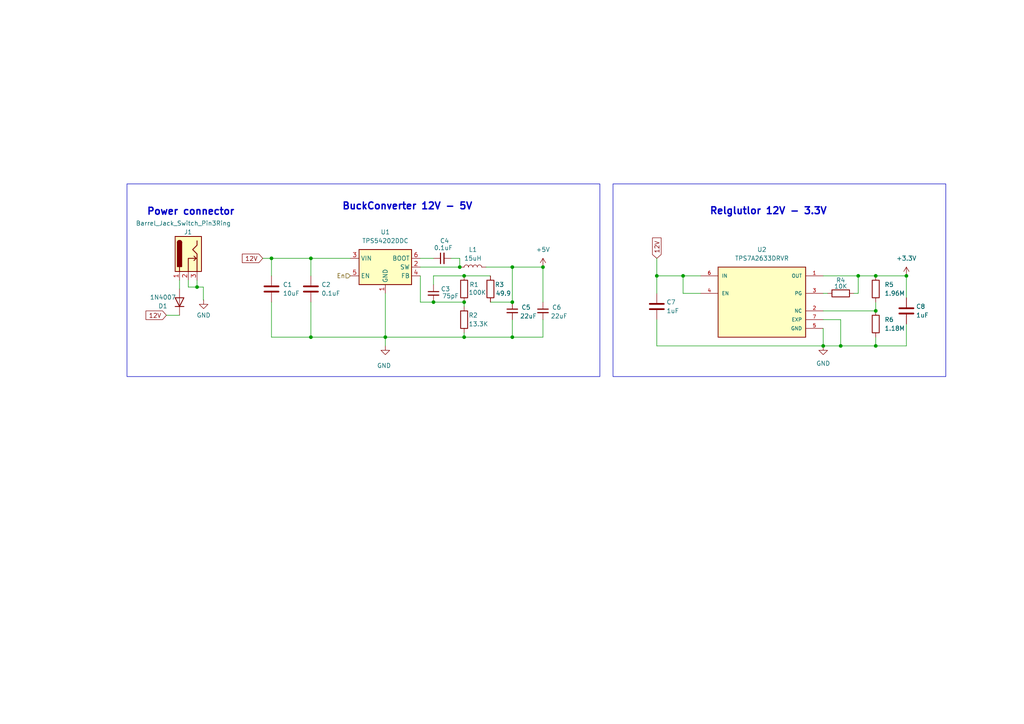
<source format=kicad_sch>
(kicad_sch (version 20231120) (generator "eeschema") (generator_version "8.0")
  (paper "A4")
  (lib_symbols
    (symbol "Connector:Barrel_Jack_Switch_Pin3Ring" (pin_names hide)
      (property "Reference" "J" (at 0 5.334 0))
      (property "Value" "Barrel_Jack_Switch_Pin3Ring" (at 0 -5.08 0))
      (symbol "Barrel_Jack_Switch_Pin3Ring_0_1"
        (rectangle (start -5.08 3.81) (end 5.08 -3.81) (stroke (width 0.254)) (fill (type background)))
        (arc (start -3.302 3.175) (mid -3.9343 2.54) (end -3.302 1.905) (stroke (width 0.254)))
        (arc (start -3.302 3.175) (mid -3.9343 2.54) (end -3.302 1.905) (stroke (width 0.254)) (fill (type outline)))
        (polyline (pts (xy 1.27 -2.286) (xy 1.905 -1.651)) (stroke (width 0.254)))
        (polyline (pts (xy 5.08 2.54) (xy 3.81 2.54)) (stroke (width 0.254)))
        (polyline (pts (xy 5.08 0) (xy 1.27 0) (xy 1.27 -2.286) (xy 0.635 -1.651)) (stroke (width 0.254)))
        (polyline (pts (xy -3.81 -2.54) (xy -2.54 -2.54) (xy -1.27 -1.27) (xy 0 -2.54) (xy 2.54 -2.54) (xy 5.08 -2.54)) (stroke (width 0.254)))
        (rectangle (start 3.683 3.175) (end -3.302 1.905) (stroke (width 0.254)) (fill (type outline)))
      )
      (symbol "Barrel_Jack_Switch_Pin3Ring_1_1"
        (pin passive line (at 7.62 2.54 180) (length 2.54) (name "~") (number "1"))
        (pin passive line (at 7.62 0 180) (length 2.54) (name "~") (number "2"))
        (pin passive line (at 7.62 -2.54 180) (length 2.54) (name "~") (number "3"))
      )
    )
    (symbol "Device:C" (pin_numbers hide) (pin_names (offset 0.254))
      (property "Reference" "C" (at 0.635 2.54 0))
      (property "Value" "C" (at 0.635 -2.54 0))
      (symbol "C_0_1"
        (polyline (pts (xy -2.032 -0.762) (xy 2.032 -0.762)) (stroke (width 0.508)))
        (polyline (pts (xy -2.032 0.762) (xy 2.032 0.762)) (stroke (width 0.508)))
      )
      (symbol "C_1_1"
        (pin passive line (at 0 3.81 270) (length 2.794) (name "~") (number "1"))
        (pin passive line (at 0 -3.81 90) (length 2.794) (name "~") (number "2"))
      )
    )
    (symbol "Device:C_Small" (pin_numbers hide) (pin_names (offset 0.254) hide)
      (property "Reference" "C" (at 0.254 1.778 0))
      (property "Value" "C_Small" (at 0.254 -2.032 0))
      (symbol "C_Small_0_1"
        (polyline (pts (xy -1.524 -0.508) (xy 1.524 -0.508)) (stroke (width 0.3302)))
        (polyline (pts (xy -1.524 0.508) (xy 1.524 0.508)) (stroke (width 0.3048)))
      )
      (symbol "C_Small_1_1"
        (pin passive line (at 0 2.54 270) (length 2.032) (name "~") (number "1"))
        (pin passive line (at 0 -2.54 90) (length 2.032) (name "~") (number "2"))
      )
    )
    (symbol "Device:D" (pin_numbers hide) (pin_names (offset 1.016) hide)
      (property "Reference" "D" (at 0 2.54 0))
      (property "Value" "D" (at 0 -2.54 0))
      (symbol "D_0_1"
        (polyline (pts (xy -1.27 1.27) (xy -1.27 -1.27)) (stroke (width 0.254)))
        (polyline (pts (xy 1.27 0) (xy -1.27 0)))
        (polyline (pts (xy 1.27 1.27) (xy 1.27 -1.27) (xy -1.27 0) (xy 1.27 1.27)) (stroke (width 0.254)))
      )
      (symbol "D_1_1"
        (pin passive line (at -3.81 0 0) (length 2.54) (name "K") (number "1"))
        (pin passive line (at 3.81 0 180) (length 2.54) (name "A") (number "2"))
      )
    )
    (symbol "Device:L" (pin_numbers hide) (pin_names (offset 1.016) hide)
      (property "Reference" "L" (at -1.27 0 90))
      (property "Value" "L" (at 1.905 0 90))
      (symbol "L_0_1"
        (arc (start 0 -2.54) (mid 0.6323 -1.905) (end 0 -1.27))
        (arc (start 0 -1.27) (mid 0.6323 -0.635) (end 0 0))
        (arc (start 0 0) (mid 0.6323 0.635) (end 0 1.27))
        (arc (start 0 1.27) (mid 0.6323 1.905) (end 0 2.54))
      )
      (symbol "L_1_1"
        (pin passive line (at 0 3.81 270) (length 1.27) (name "1") (number "1"))
        (pin passive line (at 0 -3.81 90) (length 1.27) (name "2") (number "2"))
      )
    )
    (symbol "Device:R" (pin_numbers hide) (pin_names (offset 0))
      (property "Reference" "R" (at 2.032 0 90))
      (property "Value" "R" (at 0 0 90))
      (symbol "R_0_1"
        (rectangle (start -1.016 -2.54) (end 1.016 2.54) (stroke (width 0.254)))
      )
      (symbol "R_1_1"
        (pin passive line (at 0 3.81 270) (length 1.27) (name "~") (number "1"))
        (pin passive line (at 0 -3.81 90) (length 1.27) (name "~") (number "2"))
      )
    )
    (symbol "Regulator_Switching:TPS54202DDC"
      (property "Reference" "U" (at -7.62 6.35 0))
      (property "Value" "TPS54202DDC" (at 0 6.35 0))
      (symbol "TPS54202DDC_0_1"
        (rectangle (start -7.62 5.08) (end 7.62 -5.08) (stroke (width 0.254)) (fill (type background)))
      )
      (symbol "TPS54202DDC_1_1"
        (pin power_in line (at 0 -7.62 90) (length 2.54) (name "GND") (number "1"))
        (pin power_out line (at 10.16 0 180) (length 2.54) (name "SW") (number "2"))
        (pin power_in line (at -10.16 2.54 0) (length 2.54) (name "VIN") (number "3"))
        (pin input line (at 10.16 -2.54 180) (length 2.54) (name "FB") (number "4"))
        (pin input line (at -10.16 -2.54 0) (length 2.54) (name "EN") (number "5"))
        (pin passive line (at 10.16 2.54 180) (length 2.54) (name "BOOT") (number "6"))
      )
    )
    (symbol "TPS7A2633DRVR:TPS7A2633DRVR" (pin_names (offset 1.016))
      (property "Reference" "U" (at -12.7 11.16 0))
      (property "Value" "TPS7A2633DRVR" (at -12.7 -14.16 0))
      (symbol "TPS7A2633DRVR_0_0"
        (rectangle (start -12.7 -10.16) (end 12.7 10.16) (stroke (width 0.254)) (fill (type background)))
        (pin output line (at 17.78 7.62 180) (length 5.08) (name "OUT") (number "1"))
        (pin passive line (at 17.78 -2.54 180) (length 5.08) (name "NC") (number "2"))
        (pin output line (at 17.78 2.54 180) (length 5.08) (name "PG") (number "3"))
        (pin input line (at -17.78 2.54 0) (length 5.08) (name "EN") (number "4"))
        (pin power_in line (at 17.78 -7.62 180) (length 5.08) (name "GND") (number "5"))
        (pin input line (at -17.78 7.62 0) (length 5.08) (name "IN") (number "6"))
        (pin passive line (at 17.78 -5.08 180) (length 5.08) (name "EXP") (number "7"))
      )
    )
    (symbol "power:+3.3V" (power) (pin_numbers hide) (pin_names (offset 0) hide)
      (property "Value" "+3.3V" (at 0 3.556 0))
      (symbol "+3.3V_0_1"
        (polyline (pts (xy -0.762 1.27) (xy 0 2.54)))
        (polyline (pts (xy 0 0) (xy 0 2.54)))
        (polyline (pts (xy 0 2.54) (xy 0.762 1.27)))
      )
      (symbol "+3.3V_1_1"
        (pin power_in line (at 0 0 90) (length 0) (name "~") (number "1"))
      )
    )
    (symbol "power:+5V" (power) (pin_numbers hide) (pin_names (offset 0) hide)
      (property "Value" "+5V" (at 0 3.556 0))
      (symbol "+5V_0_1"
        (polyline (pts (xy -0.762 1.27) (xy 0 2.54)))
        (polyline (pts (xy 0 0) (xy 0 2.54)))
        (polyline (pts (xy 0 2.54) (xy 0.762 1.27)))
      )
      (symbol "+5V_1_1"
        (pin power_in line (at 0 0 90) (length 0) (name "~") (number "1"))
      )
    )
    (symbol "power:GND" (power) (pin_names (offset 0))
      (property "Value" "GND" (at 0 -3.81 0))
      (symbol "GND_0_1"
        (polyline (pts (xy 0 0) (xy 0 -1.27) (xy 1.27 -1.27) (xy 0 -2.54) (xy -1.27 -1.27) (xy 0 -1.27)))
      )
      (symbol "GND_1_1"
        (pin power_in line (at 0 0 270) (length 0) hide (name "GND") (number "1"))
      )
    )
  )
  (junction (at 133.35 77.47))
  (junction (at 243.84 100.33))
  (junction (at 254 90.17))
  (junction (at 148.59 97.79))
  (junction (at 254 100.33))
  (junction (at 78.74 74.93))
  (junction (at 254 80.01))
  (junction (at 125.73 87.63))
  (junction (at 148.59 77.47))
  (junction (at 248.92 80.01))
  (junction (at 198.12 80.01))
  (junction (at 111.76 97.79))
  (junction (at 148.59 87.63))
  (junction (at 134.62 97.79))
  (junction (at 90.17 97.79))
  (junction (at 262.89 80.01))
  (junction (at 90.17 74.93))
  (junction (at 238.76 100.33))
  (junction (at 134.62 80.01))
  (junction (at 134.62 87.63))
  (junction (at 190.5 80.01))
  (junction (at 157.48 77.47))
  (junction (at 57.15 83.2612))
  (wire (pts (xy 248.92 80.01) (xy 254 80.01)))
  (wire (pts (xy 262.89 100.33) (xy 254 100.33)))
  (wire (pts (xy 148.59 77.47) (xy 148.59 87.63)))
  (wire (pts (xy 90.17 74.93) (xy 101.6 74.93)))
  (wire (pts (xy 190.5 80.01) (xy 190.5 74.93)))
  (wire (pts (xy 190.5 100.33) (xy 238.76 100.33)))
  (wire (pts (xy 58.9788 86.995) (xy 59.055 86.995)))
  (wire (pts (xy 190.5 92.71) (xy 190.5 100.33)))
  (wire (pts (xy 243.84 100.33) (xy 238.76 100.33)))
  (wire (pts (xy 78.74 74.93) (xy 90.17 74.93)))
  (wire (pts (xy 190.5 80.01) (xy 198.12 80.01)))
  (wire (pts (xy 78.74 97.79) (xy 90.17 97.79)))
  (wire (pts (xy 198.12 85.09) (xy 198.12 80.01)))
  (wire (pts (xy 198.12 80.01) (xy 203.2 80.01)))
  (wire (pts (xy 254 80.01) (xy 262.89 80.01)))
  (wire (pts (xy 125.73 80.01) (xy 134.62 80.01)))
  (wire (pts (xy 238.76 90.17) (xy 254 90.17)))
  (wire (pts (xy 157.48 97.79) (xy 157.48 92.71)))
  (wire (pts (xy 125.73 82.55) (xy 125.73 80.01)))
  (wire (pts (xy 111.76 97.79) (xy 134.62 97.79)))
  (wire (pts (xy 254 100.33) (xy 243.84 100.33)))
  (wire (pts (xy 262.89 86.36) (xy 262.89 80.01)))
  (wire (pts (xy 78.74 74.93) (xy 78.74 80.01)))
  (wire (pts (xy 148.59 92.71) (xy 148.59 97.79)))
  (wire (pts (xy 121.92 74.93) (xy 125.73 74.93)))
  (wire (pts (xy 57.15 83.2612) (xy 58.9788 83.2612)))
  (wire (pts (xy 238.76 85.09) (xy 240.03 85.09)))
  (wire (pts (xy 148.59 97.79) (xy 157.48 97.79)))
  (wire (pts (xy 90.17 97.79) (xy 111.76 97.79)))
  (wire (pts (xy 90.17 87.63) (xy 90.17 97.79)))
  (wire (pts (xy 238.76 95.25) (xy 238.76 100.33)))
  (wire (pts (xy 238.76 80.01) (xy 248.92 80.01)))
  (wire (pts (xy 134.62 96.52) (xy 134.62 97.79)))
  (wire (pts (xy 134.62 88.9) (xy 134.62 87.63)))
  (wire (pts (xy 130.81 74.93) (xy 133.35 74.93)))
  (wire (pts (xy 121.92 77.47) (xy 133.35 77.47)))
  (wire (pts (xy 190.5 85.09) (xy 190.5 80.01)))
  (wire (pts (xy 121.92 87.63) (xy 125.73 87.63)))
  (wire (pts (xy 52.07 81.28) (xy 52.07 83.82)))
  (wire (pts (xy 148.59 77.47) (xy 157.48 77.47)))
  (wire (pts (xy 78.74 87.63) (xy 78.74 97.79)))
  (wire (pts (xy 76.2 74.93) (xy 78.74 74.93)))
  (wire (pts (xy 203.2 85.09) (xy 198.12 85.09)))
  (wire (pts (xy 134.62 97.79) (xy 148.59 97.79)))
  (wire (pts (xy 133.35 74.93) (xy 133.35 77.47)))
  (wire (pts (xy 54.61 83.2612) (xy 57.15 83.2612)))
  (wire (pts (xy 125.73 87.63) (xy 134.62 87.63)))
  (wire (pts (xy 58.9788 86.995) (xy 58.9788 83.2612)))
  (wire (pts (xy 254 87.63) (xy 254 90.17)))
  (wire (pts (xy 262.89 93.98) (xy 262.89 100.33)))
  (wire (pts (xy 111.76 85.09) (xy 111.76 97.79)))
  (wire (pts (xy 157.48 77.47) (xy 157.48 87.63)))
  (wire (pts (xy 54.61 81.28) (xy 54.61 83.2612)))
  (wire (pts (xy 134.62 80.01) (xy 142.24 80.01)))
  (wire (pts (xy 142.24 87.63) (xy 148.59 87.63)))
  (wire (pts (xy 90.17 74.93) (xy 90.17 80.01)))
  (wire (pts (xy 248.92 80.01) (xy 248.92 85.09)))
  (wire (pts (xy 48.26 91.44) (xy 52.07 91.44)))
  (wire (pts (xy 57.15 83.2612) (xy 57.15 81.28)))
  (wire (pts (xy 243.84 92.71) (xy 243.84 100.33)))
  (wire (pts (xy 254 97.79) (xy 254 100.33)))
  (wire (pts (xy 248.92 85.09) (xy 247.65 85.09)))
  (wire (pts (xy 121.92 80.01) (xy 121.92 87.63)))
  (wire (pts (xy 111.76 97.79) (xy 111.76 100.33)))
  (wire (pts (xy 140.97 77.47) (xy 148.59 77.47)))
  (wire (pts (xy 238.76 92.71) (xy 243.84 92.71)))
  (rectangle (start 36.83 53.34) (end 173.99 109.22))
  (rectangle (start 177.8 53.34) (end 274.32 109.22))
  (text "Relglutlor 12V - 3.3V\n" (at 205.74 62.484 0) (effects (font (size 2 2) (thickness 0.4) (bold yes)) (justify left bottom)))
  (text "BuckConverter 12V - 5V\n " (at 99.1362 64.3128 0) (effects (font (size 2 2) (thickness 0.4) (bold yes)) (justify left bottom)))
  (text "Power connector" (at 42.4942 62.6364 0) (effects (font (size 2 2) (thickness 0.4) (bold yes)) (justify left bottom)))
  (global_label "12V" (shape input) (at 190.5 74.93 90) (property "Intersheetrefs" "${INTERSHEET_REFS}" (effects (hide yes))))
  (global_label "12V" (shape input) (at 76.2 74.93 180) (property "Intersheetrefs" "${INTERSHEET_REFS}" (effects (hide yes))))
  (global_label "12V" (shape input) (at 48.26 91.44 180) (property "Intersheetrefs" "${INTERSHEET_REFS}" (effects (hide yes))))
  (hierarchical_label "En" (shape input) (at 101.6 80.01 180))
  (symbol (lib_id "power:+3.3V") (at 262.89 80.01 0) (unit 1)
    (property "Reference" "#PWR05" (effects (hide yes)))
    (property "Value" "+3.3V" (at 262.89 74.93 0))
    (property "Description" "Power symbol creates a global label with name \"+3.3V\"" (effects (hide yes)))
  )
  (symbol (lib_id "Device:C_Small") (at 157.48 90.17 0) (mirror y) (unit 1)
    (property "Reference" "C6" (at 162.814 89.154 0) (effects (justify left)))
    (property "Value" "22uF" (at 164.592 91.694 0) (effects (justify left)))
    (property "Footprint" "Capacitor_SMD:C_0603_1608Metric" (effects (hide yes)))
  )
  (symbol (lib_id "Device:R") (at 134.62 83.82 0) (unit 1)
    (property "Reference" "R1" (at 136.144 82.55 0) (effects (justify left)))
    (property "Value" "100K" (at 135.89 84.836 0) (effects (justify left)))
    (property "Footprint" "Resistor_SMD:R_0603_1608Metric" (effects (hide yes)))
    (property "Description" "Resistor" (effects (hide yes)))
  )
  (symbol (lib_id "Device:R") (at 254 93.98 0) (unit 1)
    (property "Reference" "R6" (at 256.54 92.7099 0) (effects (justify left)))
    (property "Value" "1.18M" (at 256.54 95.2499 0) (effects (justify left)))
    (property "Footprint" "Resistor_SMD:R_0603_1608Metric" (effects (hide yes)))
    (property "Description" "Resistor" (effects (hide yes)))
  )
  (symbol (lib_id "TPS7A2633DRVR:TPS7A2633DRVR") (at 220.98 87.63 0) (unit 1)
    (property "Reference" "U2" (at 220.98 72.39 0))
    (property "Value" "TPS7A2633DRVR" (at 220.98 74.93 0))
    (property "Footprint" "footprint:TPS7A2633DRVR" (effects (hide yes)))
    (property "MF" "Texas Instruments" (effects (hide yes)))
    (property "DESCRIPTION" "500-mA, 18-V, ultra-low-IQ, high-accuracy, adjustable low-dropout voltage regulator with power good 6-WSON -40 to 125" (effects (hide yes)))
    (property "PACKAGE" "WSON-6 Texas Instruments" (effects (hide yes)))
    (property "PRICE" "None" (effects (hide yes)))
    (property "Package" "WSON-6 Texas Instruments" (effects (hide yes)))
    (property "Check_prices" "https://www.snapeda.com/parts/TPS7A2633DRVR/Texas+Instruments/view-part/?ref=eda" (effects (hide yes)))
    (property "Price" "None" (effects (hide yes)))
    (property "SnapEDA_Link" "https://www.snapeda.com/parts/TPS7A2633DRVR/Texas+Instruments/view-part/?ref=snap" (effects (hide yes)))
    (property "MP" "TPS7A2633DRVR" (effects (hide yes)))
    (property "Purchase-URL" "https://www.snapeda.com/api/url_track_click_mouser/?unipart_id=4639091&manufacturer=Texas Instruments&part_name=TPS7A2633DRVR&search_term=None" (effects (hide yes)))
    (property "Description_1" "\n500-mA, 18-V, ultra-low-IQ, high-accuracy, adjustable low-dropout voltage regulator with power good\n" (effects (hide yes)))
    (property "Availability" "In Stock" (effects (hide yes)))
    (property "AVAILABILITY" "Warning" (effects (hide yes)))
    (property "PURCHASE-URL" "https://pricing.snapeda.com/search/part/TPS7A2633DRVR/?ref=eda" (effects (hide yes)))
    (property "MFR" " TPS7A2633DRVR" (effects (hide yes)))
    (property "LCSC" " C2876256" (effects (hide yes)))
  )
  (symbol (lib_id "Device:R") (at 254 83.82 0) (unit 1)
    (property "Reference" "R5" (at 256.54 82.5499 0) (effects (justify left)))
    (property "Value" "1.96M" (at 256.54 85.0899 0) (effects (justify left)))
    (property "Footprint" "Resistor_SMD:R_0603_1608Metric" (effects (hide yes)))
    (property "Description" "Resistor" (effects (hide yes)))
  )
  (symbol (lib_id "power:GND") (at 59.055 86.995 0) (unit 1)
    (property "Reference" "#PWR01" (effects (hide yes)))
    (property "Value" "GND" (at 59.055 91.44 0))
  )
  (symbol (lib_id "power:+5V") (at 157.48 77.47 0) (unit 1)
    (property "Reference" "#PWR03" (effects (hide yes)))
    (property "Value" "+5V" (at 157.48 72.39 0))
    (property "Description" "Power symbol creates a global label with name \"+5V\"" (effects (hide yes)))
  )
  (symbol (lib_id "Device:C") (at 78.74 83.82 0) (unit 1)
    (property "Reference" "C1" (at 82.042 82.55 0) (effects (justify left)))
    (property "Value" "10uF" (at 82.042 85.09 0) (effects (justify left)))
    (property "Footprint" "Capacitor_Tantalum_SMD:CP_EIA-7343-43_Kemet-X" (effects (hide yes)))
  )
  (symbol (lib_id "Device:C_Small") (at 148.59 90.17 0) (mirror y) (unit 1)
    (property "Reference" "C5" (at 153.924 89.154 0) (effects (justify left)))
    (property "Value" "22uF" (at 155.702 91.694 0) (effects (justify left)))
    (property "Footprint" "Capacitor_SMD:C_0603_1608Metric" (effects (hide yes)))
  )
  (symbol (lib_id "Connector:Barrel_Jack_Switch_Pin3Ring") (at 54.61 73.66 90) (mirror x) (unit 1)
    (property "Reference" "J1" (at 53.3399 67.31 90) (effects (justify right)))
    (property "Value" "Barrel_Jack_Switch_Pin3Ring" (at 39.37 64.77 90) (effects (justify right)))
    (property "Footprint" "Connector_BarrelJack:BarrelJack_Wuerth_6941xx301002" (effects (hide yes)))
  )
  (symbol (lib_id "Regulator_Switching:TPS54202DDC") (at 111.76 77.47 0) (unit 1)
    (property "Reference" "U1" (at 111.76 67.31 0))
    (property "Value" "TPS54202DDC" (at 111.76 69.85 0))
    (property "Footprint" "Package_TO_SOT_SMD:SOT-23-6" (effects (hide yes)))
    (property "Datasheet" "http://www.ti.com/lit/ds/symlink/tps54202.pdf" (effects (hide yes)))
    (property "Description" "2A, 4.5 to 28V Input, EMI Friendly integrated switch synchronous step-down regulator, pulse-skipping, SOT-23-6" (effects (hide yes)))
    (property "MFR" "TPS54202DDCR" (effects (hide yes)))
    (property "LCSC" "C191884" (effects (hide yes)))
  )
  (symbol (lib_id "Device:D") (at 52.07 87.63 90) (unit 1)
    (property "Reference" "D1" (at 47.244 88.773 90))
    (property "Value" "1N4007" (at 47.244 86.233 90))
    (property "Footprint" "Diode_SMD:D_SMA" (effects (hide yes)))
  )
  (symbol (lib_id "Device:R") (at 134.62 92.71 0) (unit 1)
    (property "Reference" "R2" (at 135.89 91.44 0) (effects (justify left)))
    (property "Value" "13.3K" (at 135.89 93.98 0) (effects (justify left)))
    (property "Footprint" "Resistor_SMD:R_0603_1608Metric" (effects (hide yes)))
    (property "Description" "Resistor" (effects (hide yes)))
  )
  (symbol (lib_id "Device:C") (at 190.5 88.9 0) (unit 1)
    (property "Reference" "C7" (at 193.294 87.63 0) (effects (justify left)))
    (property "Value" "1uF" (at 193.294 90.17 0) (effects (justify left)))
    (property "Footprint" "Capacitor_SMD:C_0603_1608Metric" (effects (hide yes)))
  )
  (symbol (lib_id "power:GND") (at 238.76 100.33 0) (unit 1)
    (property "Reference" "#PWR04" (effects (hide yes)))
    (property "Value" "GND" (at 238.76 105.41 0))
  )
  (symbol (lib_id "Device:C_Small") (at 128.27 74.93 90) (mirror x) (unit 1)
    (property "Reference" "C4" (at 130.302 69.85 90) (effects (justify left)))
    (property "Value" "0.1uF" (at 131.318 71.882 90) (effects (justify left)))
    (property "Footprint" "Capacitor_SMD:C_0603_1608Metric" (effects (hide yes)))
  )
  (symbol (lib_id "Device:L") (at 137.16 77.47 90) (unit 1)
    (property "Reference" "L1" (at 137.16 72.39 90))
    (property "Value" "15uH" (at 137.16 74.93 90))
    (property "Footprint" "Inductor_SMD:L_Bourns_SRP7028A_7.3x6.6mm" (effects (hide yes)))
  )
  (symbol (lib_id "Device:R") (at 243.84 85.09 90) (unit 1)
    (property "Reference" "R4" (at 243.84 81.28 90))
    (property "Value" "10K" (at 243.84 83.058 90))
    (property "Footprint" "Resistor_SMD:R_0603_1608Metric" (effects (hide yes)))
    (property "Description" "Resistor" (effects (hide yes)))
  )
  (symbol (lib_id "Device:C_Small") (at 125.73 85.09 0) (mirror y) (unit 1)
    (property "Reference" "C3" (at 130.556 83.82 0) (effects (justify left)))
    (property "Value" "75pF" (at 133.096 85.852 0) (effects (justify left)))
    (property "Footprint" "Capacitor_SMD:C_0603_1608Metric" (effects (hide yes)))
  )
  (symbol (lib_id "Device:C") (at 262.89 90.17 0) (unit 1)
    (property "Reference" "C8" (at 265.684 88.9 0) (effects (justify left)))
    (property "Value" "1uF" (at 265.684 91.44 0) (effects (justify left)))
    (property "Footprint" "Capacitor_SMD:C_0603_1608Metric" (effects (hide yes)))
  )
  (symbol (lib_id "power:GND") (at 111.76 100.33 0) (unit 1)
    (property "Reference" "#PWR02" (effects (hide yes)))
    (property "Value" "GND" (at 111.379 106.045 0))
  )
  (symbol (lib_id "Device:R") (at 142.24 83.82 0) (unit 1)
    (property "Reference" "R3" (at 143.51 82.55 0) (effects (justify left)))
    (property "Value" "49.9" (at 143.764 85.09 0) (effects (justify left)))
    (property "Footprint" "Resistor_SMD:R_0603_1608Metric" (effects (hide yes)))
    (property "Description" "Resistor" (effects (hide yes)))
  )
  (symbol (lib_id "Device:C") (at 90.17 83.82 0) (unit 1)
    (property "Reference" "C2" (at 93.218 82.55 0) (effects (justify left)))
    (property "Value" "0.1uF" (at 93.218 85.09 0) (effects (justify left)))
    (property "Footprint" "Capacitor_SMD:C_0603_1608Metric" (effects (hide yes)))
  )
)
</source>
